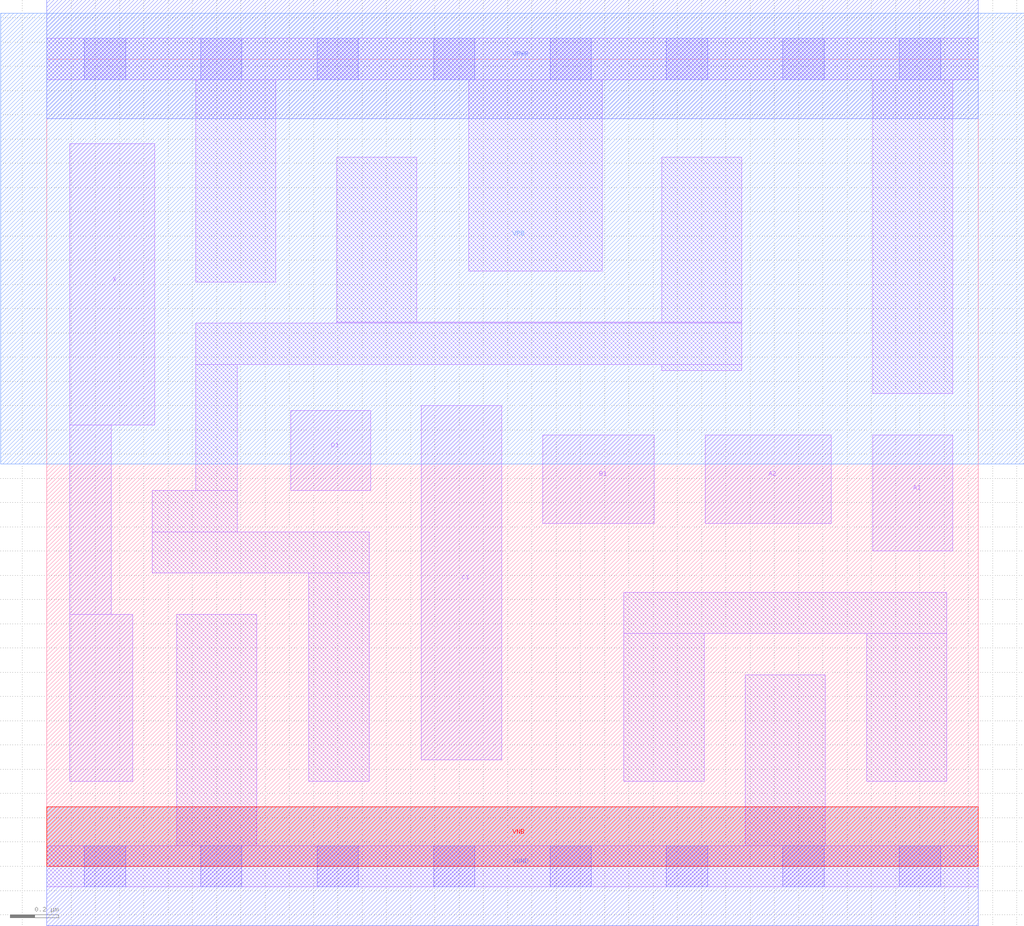
<source format=lef>
# Copyright 2020 The SkyWater PDK Authors
#
# Licensed under the Apache License, Version 2.0 (the "License");
# you may not use this file except in compliance with the License.
# You may obtain a copy of the License at
#
#     https://www.apache.org/licenses/LICENSE-2.0
#
# Unless required by applicable law or agreed to in writing, software
# distributed under the License is distributed on an "AS IS" BASIS,
# WITHOUT WARRANTIES OR CONDITIONS OF ANY KIND, either express or implied.
# See the License for the specific language governing permissions and
# limitations under the License.
#
# SPDX-License-Identifier: Apache-2.0

VERSION 5.7 ;
  NOWIREEXTENSIONATPIN ON ;
  DIVIDERCHAR "/" ;
  BUSBITCHARS "[]" ;
MACRO sky130_fd_sc_hs__o2111a_1
  CLASS CORE ;
  FOREIGN sky130_fd_sc_hs__o2111a_1 ;
  ORIGIN  0.000000  0.000000 ;
  SIZE  3.840000 BY  3.330000 ;
  SYMMETRY X Y ;
  SITE unit ;
  PIN A1
    ANTENNAGATEAREA  0.261000 ;
    DIRECTION INPUT ;
    USE SIGNAL ;
    PORT
      LAYER li1 ;
        RECT 3.405000 1.300000 3.735000 1.780000 ;
    END
  END A1
  PIN A2
    ANTENNAGATEAREA  0.261000 ;
    DIRECTION INPUT ;
    USE SIGNAL ;
    PORT
      LAYER li1 ;
        RECT 2.715000 1.415000 3.235000 1.780000 ;
    END
  END A2
  PIN B1
    ANTENNAGATEAREA  0.237000 ;
    DIRECTION INPUT ;
    USE SIGNAL ;
    PORT
      LAYER li1 ;
        RECT 2.045000 1.415000 2.505000 1.780000 ;
    END
  END B1
  PIN C1
    ANTENNAGATEAREA  0.237000 ;
    DIRECTION INPUT ;
    USE SIGNAL ;
    PORT
      LAYER li1 ;
        RECT 1.545000 0.440000 1.875000 1.900000 ;
    END
  END C1
  PIN D1
    ANTENNAGATEAREA  0.237000 ;
    DIRECTION INPUT ;
    USE SIGNAL ;
    PORT
      LAYER li1 ;
        RECT 1.005000 1.550000 1.335000 1.880000 ;
    END
  END D1
  PIN X
    ANTENNADIFFAREA  0.533900 ;
    DIRECTION OUTPUT ;
    USE SIGNAL ;
    PORT
      LAYER li1 ;
        RECT 0.095000 0.350000 0.355000 1.040000 ;
        RECT 0.095000 1.040000 0.265000 1.820000 ;
        RECT 0.095000 1.820000 0.445000 2.980000 ;
    END
  END X
  PIN VGND
    DIRECTION INOUT ;
    USE GROUND ;
    PORT
      LAYER met1 ;
        RECT 0.000000 -0.245000 3.840000 0.245000 ;
    END
  END VGND
  PIN VNB
    DIRECTION INOUT ;
    USE GROUND ;
    PORT
      LAYER pwell ;
        RECT 0.000000 0.000000 3.840000 0.245000 ;
    END
  END VNB
  PIN VPB
    DIRECTION INOUT ;
    USE POWER ;
    PORT
      LAYER nwell ;
        RECT -0.190000 1.660000 4.030000 3.520000 ;
    END
  END VPB
  PIN VPWR
    DIRECTION INOUT ;
    USE POWER ;
    PORT
      LAYER met1 ;
        RECT 0.000000 3.085000 3.840000 3.575000 ;
    END
  END VPWR
  OBS
    LAYER li1 ;
      RECT 0.000000 -0.085000 3.840000 0.085000 ;
      RECT 0.000000  3.245000 3.840000 3.415000 ;
      RECT 0.435000  1.210000 1.330000 1.380000 ;
      RECT 0.435000  1.380000 0.785000 1.550000 ;
      RECT 0.535000  0.085000 0.865000 1.040000 ;
      RECT 0.615000  1.550000 0.785000 2.070000 ;
      RECT 0.615000  2.070000 2.865000 2.240000 ;
      RECT 0.615000  2.410000 0.945000 3.245000 ;
      RECT 1.080000  0.350000 1.330000 1.210000 ;
      RECT 1.195000  2.240000 2.865000 2.245000 ;
      RECT 1.195000  2.245000 1.525000 2.925000 ;
      RECT 1.740000  2.455000 2.290000 3.245000 ;
      RECT 2.380000  0.350000 2.710000 0.960000 ;
      RECT 2.380000  0.960000 3.710000 1.130000 ;
      RECT 2.535000  2.045000 2.865000 2.070000 ;
      RECT 2.535000  2.245000 2.865000 2.925000 ;
      RECT 2.880000  0.085000 3.210000 0.790000 ;
      RECT 3.380000  0.350000 3.710000 0.960000 ;
      RECT 3.405000  1.950000 3.735000 3.245000 ;
    LAYER mcon ;
      RECT 0.155000 -0.085000 0.325000 0.085000 ;
      RECT 0.155000  3.245000 0.325000 3.415000 ;
      RECT 0.635000 -0.085000 0.805000 0.085000 ;
      RECT 0.635000  3.245000 0.805000 3.415000 ;
      RECT 1.115000 -0.085000 1.285000 0.085000 ;
      RECT 1.115000  3.245000 1.285000 3.415000 ;
      RECT 1.595000 -0.085000 1.765000 0.085000 ;
      RECT 1.595000  3.245000 1.765000 3.415000 ;
      RECT 2.075000 -0.085000 2.245000 0.085000 ;
      RECT 2.075000  3.245000 2.245000 3.415000 ;
      RECT 2.555000 -0.085000 2.725000 0.085000 ;
      RECT 2.555000  3.245000 2.725000 3.415000 ;
      RECT 3.035000 -0.085000 3.205000 0.085000 ;
      RECT 3.035000  3.245000 3.205000 3.415000 ;
      RECT 3.515000 -0.085000 3.685000 0.085000 ;
      RECT 3.515000  3.245000 3.685000 3.415000 ;
  END
END sky130_fd_sc_hs__o2111a_1
END LIBRARY

</source>
